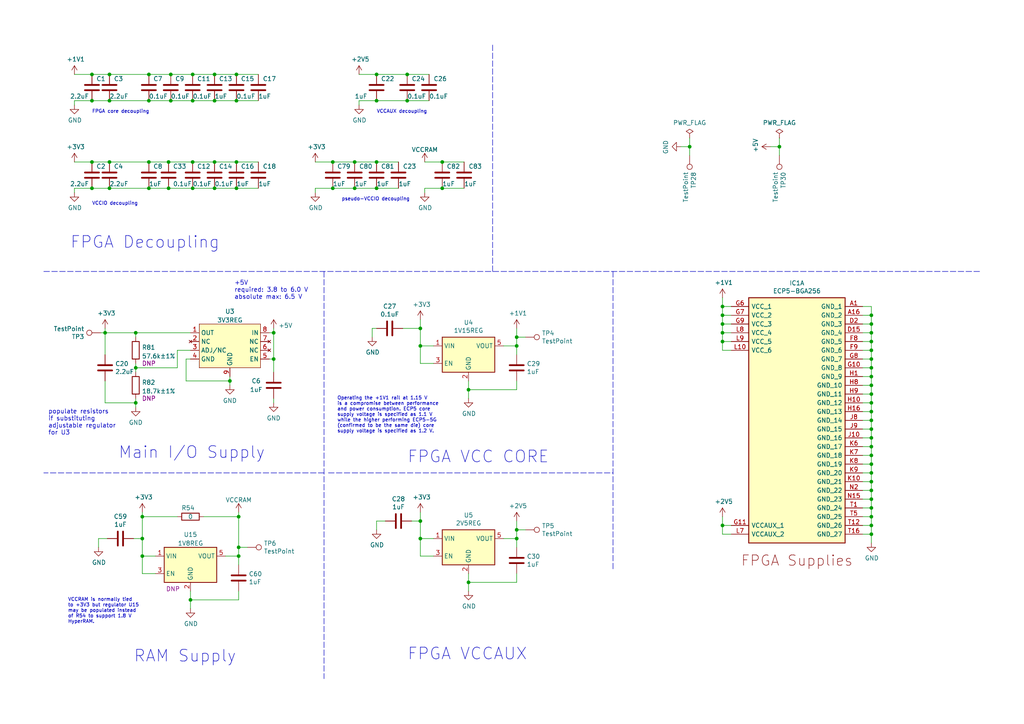
<source format=kicad_sch>
(kicad_sch (version 20211123) (generator eeschema)
  (paper "A4")
  (title_block (title "Cynthion") (date "${DATE}") (rev "${VERSION}") (company "Copyright 2019-2023 Great Scott Gadgets") (comment 1 "Licensed under the CERN-OHL-P v2"))
  (junction (at 102.87 54.61))
  (junction (at 68.58 29.21))
  (junction (at 39.37 96.52))
  (junction (at 252.73 114.3))
  (junction (at 209.55 96.52))
  (junction (at 226.06 42.545))
  (junction (at 252.73 154.94))
  (junction (at 68.58 21.59))
  (junction (at 62.23 21.59))
  (junction (at 128.27 46.99))
  (junction (at 69.215 158.75))
  (junction (at 252.73 147.32))
  (junction (at 209.55 99.06))
  (junction (at 252.73 106.68))
  (junction (at 252.73 139.7))
  (junction (at 26.67 21.59))
  (junction (at 62.23 54.61))
  (junction (at 252.73 124.46))
  (junction (at 209.55 152.4))
  (junction (at 26.67 54.61))
  (junction (at 209.55 88.9))
  (junction (at 43.18 21.59))
  (junction (at 252.73 142.24))
  (junction (at 31.75 29.21))
  (junction (at 109.22 46.99))
  (junction (at 49.53 29.21))
  (junction (at 252.73 129.54))
  (junction (at 69.215 149.86))
  (junction (at 26.67 46.99))
  (junction (at 252.73 104.14))
  (junction (at 252.73 132.08))
  (junction (at 252.73 91.44))
  (junction (at 55.88 54.61))
  (junction (at 41.275 156.21))
  (junction (at 135.89 113.03))
  (junction (at 252.73 144.78))
  (junction (at 121.92 100.33))
  (junction (at 41.275 161.29))
  (junction (at 55.88 21.59))
  (junction (at 43.18 54.61))
  (junction (at 48.895 46.99))
  (junction (at 209.55 93.98))
  (junction (at 48.895 54.61))
  (junction (at 68.58 46.99))
  (junction (at 252.73 96.52))
  (junction (at 149.86 156.21))
  (junction (at 252.73 137.16))
  (junction (at 43.18 46.99))
  (junction (at 121.92 151.13))
  (junction (at 49.53 21.59))
  (junction (at 55.88 29.21))
  (junction (at 252.73 99.06))
  (junction (at 252.73 116.84))
  (junction (at 252.73 119.38))
  (junction (at 252.73 149.86))
  (junction (at 55.245 173.99))
  (junction (at 121.92 95.25))
  (junction (at 55.88 46.99))
  (junction (at 96.52 54.61))
  (junction (at 31.75 46.99))
  (junction (at 66.675 110.49))
  (junction (at 68.58 54.61))
  (junction (at 41.275 149.86))
  (junction (at 149.86 97.79))
  (junction (at 96.52 46.99))
  (junction (at 30.48 96.52))
  (junction (at 252.73 127))
  (junction (at 252.73 152.4))
  (junction (at 252.73 111.76))
  (junction (at 149.86 153.67))
  (junction (at 118.11 29.21))
  (junction (at 79.375 104.14))
  (junction (at 39.37 106.68))
  (junction (at 62.23 46.99))
  (junction (at 149.86 100.33))
  (junction (at 118.11 21.59))
  (junction (at 252.73 121.92))
  (junction (at 69.215 161.29))
  (junction (at 26.67 29.21))
  (junction (at 109.22 21.59))
  (junction (at 200.025 42.545))
  (junction (at 109.22 54.61))
  (junction (at 79.375 96.52))
  (junction (at 43.18 29.21))
  (junction (at 252.73 109.22))
  (junction (at 109.22 29.21))
  (junction (at 128.27 54.61))
  (junction (at 252.73 93.98))
  (junction (at 39.37 116.84))
  (junction (at 252.73 101.6))
  (junction (at 102.87 46.99))
  (junction (at 252.73 134.62))
  (junction (at 121.92 156.21))
  (junction (at 62.23 29.21))
  (junction (at 31.75 54.61))
  (junction (at 31.75 21.59))
  (junction (at 135.89 168.91))
  (junction (at 209.55 91.44))
  (wire (pts (xy 38.735 156.21) (xy 41.275 156.21)))
  (wire (pts (xy 250.19 127) (xy 252.73 127)))
  (wire (pts (xy 149.86 97.79) (xy 152.4 97.79)))
  (wire (pts (xy 91.44 46.99) (xy 96.52 46.99)))
  (wire (pts (xy 55.245 104.14) (xy 53.975 104.14)))
  (wire (pts (xy 250.19 137.16) (xy 252.73 137.16)))
  (wire (pts (xy 53.975 110.49) (xy 66.675 110.49)))
  (wire (pts (xy 45.085 161.29) (xy 41.275 161.29)))
  (wire (pts (xy 30.48 96.52) (xy 30.48 102.87)))
  (wire (pts (xy 121.92 156.21) (xy 121.92 161.29)))
  (wire (pts (xy 209.55 101.6) (xy 212.09 101.6)))
  (wire (pts (xy 68.58 29.21) (xy 62.23 29.21)))
  (wire (pts (xy 43.18 46.99) (xy 48.895 46.99)))
  (wire (pts (xy 209.55 91.44) (xy 209.55 93.98)))
  (wire (pts (xy 134.62 54.61) (xy 128.27 54.61)))
  (wire (pts (xy 252.73 119.38) (xy 252.73 121.92)))
  (wire (pts (xy 212.09 96.52) (xy 209.55 96.52)))
  (wire (pts (xy 209.55 99.06) (xy 209.55 101.6)))
  (wire (pts (xy 39.37 116.84) (xy 39.37 118.11)))
  (wire (pts (xy 39.37 106.68) (xy 51.435 106.68)))
  (wire (pts (xy 69.215 173.99) (xy 55.245 173.99)))
  (wire (pts (xy 226.06 45.085) (xy 226.06 42.545)))
  (wire (pts (xy 68.58 46.99) (xy 74.93 46.99)))
  (wire (pts (xy 252.73 124.46) (xy 252.73 127)))
  (wire (pts (xy 31.75 54.61) (xy 26.67 54.61)))
  (wire (pts (xy 252.73 106.68) (xy 252.73 109.22)))
  (wire (pts (xy 250.19 134.62) (xy 252.73 134.62)))
  (wire (pts (xy 79.375 104.14) (xy 79.375 96.52)))
  (wire (pts (xy 250.19 111.76) (xy 252.73 111.76)))
  (wire (pts (xy 252.73 147.32) (xy 252.73 149.86)))
  (wire (pts (xy 79.375 115.57) (xy 79.375 116.84)))
  (wire (pts (xy 121.92 105.41) (xy 125.73 105.41)))
  (wire (pts (xy 109.22 153.67) (xy 109.22 151.13)))
  (wire (pts (xy 250.19 114.3) (xy 252.73 114.3)))
  (wire (pts (xy 69.215 158.75) (xy 69.215 161.29)))
  (wire (pts (xy 209.55 149.86) (xy 209.55 152.4)))
  (wire (pts (xy 149.86 95.25) (xy 149.86 97.79)))
  (wire (pts (xy 252.73 101.6) (xy 252.73 104.14)))
  (wire (pts (xy 252.73 149.86) (xy 252.73 152.4)))
  (wire (pts (xy 31.75 46.99) (xy 43.18 46.99)))
  (wire (pts (xy 149.86 153.67) (xy 149.86 156.21)))
  (wire (pts (xy 212.09 99.06) (xy 209.55 99.06)))
  (wire (pts (xy 31.75 54.61) (xy 43.18 54.61)))
  (wire (pts (xy 121.92 151.13) (xy 121.92 156.21)))
  (wire (pts (xy 107.95 97.79) (xy 107.95 95.25)))
  (wire (pts (xy 250.19 119.38) (xy 252.73 119.38)))
  (polyline (pts (xy 93.98 78.74) (xy 93.98 196.85)))
  (wire (pts (xy 109.22 29.21) (xy 104.14 29.21)))
  (wire (pts (xy 41.275 156.21) (xy 41.275 161.29)))
  (wire (pts (xy 123.19 46.99) (xy 128.27 46.99)))
  (wire (pts (xy 62.23 21.59) (xy 68.58 21.59)))
  (wire (pts (xy 252.73 142.24) (xy 252.73 144.78)))
  (wire (pts (xy 212.09 152.4) (xy 209.55 152.4)))
  (wire (pts (xy 212.09 91.44) (xy 209.55 91.44)))
  (wire (pts (xy 104.14 29.21) (xy 104.14 30.48)))
  (wire (pts (xy 200.025 42.545) (xy 200.025 40.005)))
  (wire (pts (xy 68.58 54.61) (xy 62.23 54.61)))
  (wire (pts (xy 252.73 99.06) (xy 252.73 101.6)))
  (wire (pts (xy 250.19 142.24) (xy 252.73 142.24)))
  (wire (pts (xy 41.275 148.59) (xy 41.275 149.86)))
  (wire (pts (xy 250.19 116.84) (xy 252.73 116.84)))
  (wire (pts (xy 250.19 99.06) (xy 252.73 99.06)))
  (wire (pts (xy 146.05 156.21) (xy 149.86 156.21)))
  (wire (pts (xy 252.73 139.7) (xy 252.73 142.24)))
  (wire (pts (xy 250.19 124.46) (xy 252.73 124.46)))
  (wire (pts (xy 116.84 95.25) (xy 121.92 95.25)))
  (wire (pts (xy 39.37 105.41) (xy 39.37 106.68)))
  (wire (pts (xy 118.11 21.59) (xy 124.46 21.59)))
  (wire (pts (xy 53.975 104.14) (xy 53.975 110.49)))
  (wire (pts (xy 66.675 110.49) (xy 66.675 111.76)))
  (wire (pts (xy 250.19 139.7) (xy 252.73 139.7)))
  (wire (pts (xy 252.73 109.22) (xy 252.73 111.76)))
  (wire (pts (xy 252.73 129.54) (xy 252.73 132.08)))
  (wire (pts (xy 250.19 144.78) (xy 252.73 144.78)))
  (polyline (pts (xy 12.7 78.74) (xy 284.48 78.74)))
  (wire (pts (xy 252.73 144.78) (xy 252.73 147.32)))
  (wire (pts (xy 39.37 96.52) (xy 55.245 96.52)))
  (wire (pts (xy 62.23 29.21) (xy 55.88 29.21)))
  (wire (pts (xy 121.92 100.33) (xy 121.92 105.41)))
  (wire (pts (xy 209.55 154.94) (xy 209.55 152.4)))
  (wire (pts (xy 43.18 54.61) (xy 48.895 54.61)))
  (wire (pts (xy 226.06 42.545) (xy 226.06 40.005)))
  (wire (pts (xy 149.86 168.91) (xy 135.89 168.91)))
  (wire (pts (xy 62.23 46.99) (xy 68.58 46.99)))
  (wire (pts (xy 250.19 96.52) (xy 252.73 96.52)))
  (wire (pts (xy 51.435 106.68) (xy 51.435 101.6)))
  (wire (pts (xy 252.73 152.4) (xy 252.73 154.94)))
  (wire (pts (xy 135.89 110.49) (xy 135.89 113.03)))
  (wire (pts (xy 109.22 29.21) (xy 118.11 29.21)))
  (polyline (pts (xy 95.25 137.16) (xy 177.8 137.16)))
  (wire (pts (xy 250.19 149.86) (xy 252.73 149.86)))
  (wire (pts (xy 69.215 148.59) (xy 69.215 149.86)))
  (wire (pts (xy 28.575 158.75) (xy 28.575 156.21)))
  (wire (pts (xy 69.215 149.86) (xy 69.215 158.75)))
  (wire (pts (xy 31.75 21.59) (xy 43.18 21.59)))
  (wire (pts (xy 252.73 93.98) (xy 252.73 96.52)))
  (wire (pts (xy 212.09 154.94) (xy 209.55 154.94)))
  (polyline (pts (xy 93.98 137.16) (xy 12.7 137.16)))
  (wire (pts (xy 135.89 168.91) (xy 135.89 171.45)))
  (wire (pts (xy 109.22 46.99) (xy 115.57 46.99)))
  (wire (pts (xy 250.19 129.54) (xy 252.73 129.54)))
  (wire (pts (xy 43.18 21.59) (xy 49.53 21.59)))
  (wire (pts (xy 31.75 29.21) (xy 26.67 29.21)))
  (wire (pts (xy 79.375 96.52) (xy 78.105 96.52)))
  (wire (pts (xy 209.55 96.52) (xy 209.55 99.06)))
  (wire (pts (xy 149.86 166.37) (xy 149.86 168.91)))
  (polyline (pts (xy 142.875 78.74) (xy 142.875 12.7)))
  (wire (pts (xy 125.73 100.33) (xy 121.92 100.33)))
  (wire (pts (xy 41.275 149.86) (xy 51.435 149.86)))
  (wire (pts (xy 39.37 106.68) (xy 39.37 107.95)))
  (wire (pts (xy 59.055 149.86) (xy 69.215 149.86)))
  (wire (pts (xy 250.19 106.68) (xy 252.73 106.68)))
  (wire (pts (xy 125.73 156.21) (xy 121.92 156.21)))
  (wire (pts (xy 123.19 55.88) (xy 123.19 54.61)))
  (wire (pts (xy 31.75 29.21) (xy 43.18 29.21)))
  (wire (pts (xy 121.92 161.29) (xy 125.73 161.29)))
  (wire (pts (xy 135.89 113.03) (xy 135.89 115.57)))
  (wire (pts (xy 252.73 121.92) (xy 252.73 124.46)))
  (polyline (pts (xy 177.8 78.74) (xy 177.8 165.1)))
  (wire (pts (xy 252.73 114.3) (xy 252.73 116.84)))
  (wire (pts (xy 119.38 151.13) (xy 121.92 151.13)))
  (wire (pts (xy 149.86 158.75) (xy 149.86 156.21)))
  (wire (pts (xy 252.73 132.08) (xy 252.73 134.62)))
  (wire (pts (xy 30.48 96.52) (xy 39.37 96.52)))
  (wire (pts (xy 91.44 54.61) (xy 91.44 55.88)))
  (wire (pts (xy 250.19 147.32) (xy 252.73 147.32)))
  (wire (pts (xy 252.73 137.16) (xy 252.73 139.7)))
  (wire (pts (xy 252.73 134.62) (xy 252.73 137.16)))
  (wire (pts (xy 26.67 29.21) (xy 21.59 29.21)))
  (wire (pts (xy 212.09 88.9) (xy 209.55 88.9)))
  (wire (pts (xy 21.59 21.59) (xy 26.67 21.59)))
  (wire (pts (xy 21.59 46.99) (xy 26.67 46.99)))
  (wire (pts (xy 252.73 127) (xy 252.73 129.54)))
  (wire (pts (xy 69.215 171.45) (xy 69.215 173.99)))
  (wire (pts (xy 250.19 121.92) (xy 252.73 121.92)))
  (wire (pts (xy 149.86 97.79) (xy 149.86 100.33)))
  (wire (pts (xy 121.92 95.25) (xy 121.92 100.33)))
  (wire (pts (xy 39.37 116.84) (xy 39.37 115.57)))
  (wire (pts (xy 109.22 151.13) (xy 111.76 151.13)))
  (wire (pts (xy 55.88 29.21) (xy 49.53 29.21)))
  (wire (pts (xy 71.755 158.75) (xy 69.215 158.75)))
  (wire (pts (xy 48.895 54.61) (xy 55.88 54.61)))
  (wire (pts (xy 252.73 104.14) (xy 252.73 106.68)))
  (wire (pts (xy 96.52 54.61) (xy 91.44 54.61)))
  (wire (pts (xy 26.67 54.61) (xy 21.59 54.61)))
  (wire (pts (xy 149.86 113.03) (xy 135.89 113.03)))
  (wire (pts (xy 209.55 88.9) (xy 209.55 91.44)))
  (wire (pts (xy 96.52 46.99) (xy 102.87 46.99)))
  (wire (pts (xy 121.92 92.71) (xy 121.92 95.25)))
  (wire (pts (xy 124.46 29.21) (xy 118.11 29.21)))
  (wire (pts (xy 250.19 109.22) (xy 252.73 109.22)))
  (wire (pts (xy 197.485 42.545) (xy 200.025 42.545)))
  (wire (pts (xy 49.53 29.21) (xy 43.18 29.21)))
  (wire (pts (xy 41.275 149.86) (xy 41.275 156.21)))
  (wire (pts (xy 128.27 46.99) (xy 134.62 46.99)))
  (wire (pts (xy 212.09 93.98) (xy 209.55 93.98)))
  (wire (pts (xy 135.89 166.37) (xy 135.89 168.91)))
  (wire (pts (xy 55.88 21.59) (xy 62.23 21.59)))
  (wire (pts (xy 121.92 148.59) (xy 121.92 151.13)))
  (wire (pts (xy 209.55 93.98) (xy 209.55 96.52)))
  (wire (pts (xy 55.245 173.99) (xy 55.245 176.53)))
  (wire (pts (xy 115.57 54.61) (xy 109.22 54.61)))
  (wire (pts (xy 41.275 166.37) (xy 45.085 166.37)))
  (wire (pts (xy 250.19 152.4) (xy 252.73 152.4)))
  (wire (pts (xy 252.73 91.44) (xy 252.73 93.98)))
  (wire (pts (xy 104.14 21.59) (xy 109.22 21.59)))
  (wire (pts (xy 55.245 171.45) (xy 55.245 173.99)))
  (wire (pts (xy 252.73 96.52) (xy 252.73 99.06)))
  (wire (pts (xy 21.59 29.21) (xy 21.59 30.48)))
  (wire (pts (xy 62.23 54.61) (xy 55.88 54.61)))
  (wire (pts (xy 250.19 91.44) (xy 252.73 91.44)))
  (wire (pts (xy 30.48 116.84) (xy 30.48 110.49)))
  (wire (pts (xy 68.58 21.59) (xy 74.93 21.59)))
  (wire (pts (xy 209.55 86.36) (xy 209.55 88.9)))
  (wire (pts (xy 200.025 45.085) (xy 200.025 42.545)))
  (wire (pts (xy 109.22 54.61) (xy 102.87 54.61)))
  (wire (pts (xy 250.19 104.14) (xy 252.73 104.14)))
  (wire (pts (xy 252.73 88.9) (xy 252.73 91.44)))
  (wire (pts (xy 107.95 95.25) (xy 109.22 95.25)))
  (wire (pts (xy 49.53 21.59) (xy 55.88 21.59)))
  (wire (pts (xy 146.05 100.33) (xy 149.86 100.33)))
  (wire (pts (xy 55.88 46.99) (xy 62.23 46.99)))
  (wire (pts (xy 78.105 104.14) (xy 79.375 104.14)))
  (wire (pts (xy 109.22 21.59) (xy 118.11 21.59)))
  (wire (pts (xy 65.405 161.29) (xy 69.215 161.29)))
  (wire (pts (xy 250.19 88.9) (xy 252.73 88.9)))
  (wire (pts (xy 30.48 96.52) (xy 30.48 95.25)))
  (wire (pts (xy 41.275 161.29) (xy 41.275 166.37)))
  (wire (pts (xy 102.87 46.99) (xy 109.22 46.99)))
  (wire (pts (xy 152.4 153.67) (xy 149.86 153.67)))
  (wire (pts (xy 250.19 101.6) (xy 252.73 101.6)))
  (wire (pts (xy 250.19 93.98) (xy 252.73 93.98)))
  (wire (pts (xy 149.86 100.33) (xy 149.86 102.87)))
  (wire (pts (xy 96.52 54.61) (xy 102.87 54.61)))
  (wire (pts (xy 39.37 97.79) (xy 39.37 96.52)))
  (wire (pts (xy 250.19 154.94) (xy 252.73 154.94)))
  (wire (pts (xy 223.52 42.545) (xy 226.06 42.545)))
  (wire (pts (xy 69.215 163.83) (xy 69.215 161.29)))
  (wire (pts (xy 79.375 95.25) (xy 79.375 96.52)))
  (wire (pts (xy 28.575 156.21) (xy 31.115 156.21)))
  (wire (pts (xy 21.59 54.61) (xy 21.59 55.88)))
  (wire (pts (xy 149.86 151.13) (xy 149.86 153.67)))
  (wire (pts (xy 123.19 54.61) (xy 128.27 54.61)))
  (wire (pts (xy 26.67 46.99) (xy 31.75 46.99)))
  (wire (pts (xy 66.675 109.22) (xy 66.675 110.49)))
  (wire (pts (xy 252.73 111.76) (xy 252.73 114.3)))
  (wire (pts (xy 74.93 29.21) (xy 68.58 29.21)))
  (wire (pts (xy 30.48 96.52) (xy 29.21 96.52)))
  (wire (pts (xy 79.375 107.95) (xy 79.375 104.14)))
  (wire (pts (xy 30.48 116.84) (xy 39.37 116.84)))
  (wire (pts (xy 51.435 101.6) (xy 55.245 101.6)))
  (wire (pts (xy 26.67 21.59) (xy 31.75 21.59)))
  (wire (pts (xy 252.73 116.84) (xy 252.73 119.38)))
  (wire (pts (xy 74.93 54.61) (xy 68.58 54.61)))
  (wire (pts (xy 149.86 110.49) (xy 149.86 113.03)))
  (wire (pts (xy 250.19 132.08) (xy 252.73 132.08)))
  (wire (pts (xy 48.895 46.99) (xy 55.88 46.99)))
  (wire (pts (xy 252.73 154.94) (xy 252.73 157.48)))
  (text "VCCIO decoupling" (at 26.67 59.69 0) (effects (font (size 0.9906 0.9906)) (justify left bottom)))
  (text "FPGA VCC CORE" (at 118.11 134.62 0) (effects (font (size 3.4036 3.4036)) (justify left bottom)))
  (text "FPGA Decoupling" (at 20.32 72.39 0) (effects (font (size 3.4036 3.4036)) (justify left bottom)))
  (text "FPGA core decoupling" (at 26.67 33.02 0) (effects (font (size 0.9906 0.9906)) (justify left bottom)))
  (text "+5V\nrequired: 3.8 to 6.0 V\nabsolute max: 6.5 V" (at 67.945 86.995 0) (effects (font (size 1.27 1.27)) (justify left bottom)))
  (text "VCCRAM is normally tied\nto +3V3 but regulator U15\nmay be populated instead\nof R54 to support 1.8 V\nHyperRAM." (at 19.685 180.975 0) (effects (font (size 0.9906 0.9906)) (justify left bottom)))
  (text "VCCAUX decoupling" (at 109.22 33.02 0) (effects (font (size 0.9906 0.9906)) (justify left bottom)))
  (text "FPGA VCCAUX" (at 118.11 191.77 0) (effects (font (size 3.4036 3.4036)) (justify left bottom)))
  (text "Main I/O Supply" (at 34.29 133.35 0) (effects (font (size 3.4036 3.4036)) (justify left bottom)))
  (text "populate resistors\nif substituting\nadjustable regulator\nfor U3" (at 13.97 126.365 0) (effects (font (size 1.27 1.27)) (justify left bottom)))
  (text "RAM Supply" (at 38.735 192.405 0) (effects (font (size 3.4036 3.4036)) (justify left bottom)))
  (text "Operating the +1V1 rail at 1.15 V\nis a compromise between performance\nand power consumption. ECP5 core\nsupply voltage is specified as 1.1 V\nwhile the higher performing ECP5-5G\n(confirmed to be the same die) core\nsupply voltage is specified as 1.2 V.\n" (at 97.79 125.73 0) (effects (font (size 0.9906 0.9906)) (justify left bottom)))
  (text "pseudo-VCCIO decoupling" (at 99.06 58.42 0) (effects (font (size 0.9906 0.9906)) (justify left bottom)))
  (symbol (lib_id "fpgas_and_processors:ECP5-BGA256") (at 212.09 86.36 0) (unit 1)
    (property "Reference" "IC1" (at 231.14 82.0928 0))
    (property "Value" "ECP5-BGA256" (at 231.14 84.4042 0))
    (property "Footprint" "cynthion:lattice_cabga256" (effects hide))
    (property "Description" "FPGA - Field Programmable Gate Array ECP5; 12k LUTs; 1.1V" (effects hide))
    (property "Manufacturer" "Lattice" (effects hide))
    (property "Part Number" "LFE5U-12F-6BG256C" (effects hide))
    (property "Substitution" "LFE5U-12F-*BG256*, LFE5U-25F-*BG256*" (effects hide))
  )
  (symbol (lib_id "power:GND") (at 252.73 157.48 0) (unit 1)
    (property "Reference" "#PWR038" (effects hide))
    (property "Value" "GND" (at 252.857 161.8742 0))
  )
  (symbol (lib_id "power:+2V5") (at 209.55 149.86 0) (unit 1)
    (property "Reference" "#PWR037" (effects hide))
    (property "Value" "+2V5" (at 209.931 145.4658 0))
  )
  (symbol (lib_id "power:+1V1") (at 209.55 86.36 0) (unit 1)
    (property "Reference" "#PWR036" (effects hide))
    (property "Value" "+1V1" (at 209.931 81.9658 0))
  )
  (symbol (lib_id "power:+3V3") (at 121.92 148.59 0) (unit 1)
    (property "Reference" "#PWR031" (effects hide))
    (property "Value" "+3V3" (at 122.301 144.1958 0))
  )
  (symbol (lib_id "power:GND") (at 135.89 171.45 0) (unit 1)
    (property "Reference" "#PWR033" (effects hide))
    (property "Value" "GND" (at 136.017 175.8442 0))
  )
  (symbol (lib_id "Device:C") (at 115.57 151.13 270) (unit 1)
    (property "Reference" "C28" (at 115.57 144.7292 90))
    (property "Value" "1uF" (at 115.57 147.0406 90))
    (property "Footprint" "Capacitor_SMD:C_0402_1005Metric" (effects hide))
    (property "Part Number" "CL05A105MQ5NNNC" (effects hide))
    (property "Substitution" "CL05A105KQ5NNNC, CL05A105KP5NNNC, CL05A105KO5NNNC" (effects hide))
    (property "Description" "CAP CER 1UF 6.3V X5R 0402 20%" (effects hide))
    (property "Manufacturer" "Samsung" (effects hide))
  )
  (symbol (lib_id "power:GND") (at 109.22 153.67 0) (unit 1)
    (property "Reference" "#PWR029" (effects hide))
    (property "Value" "GND" (at 109.347 158.0642 0))
  )
  (symbol (lib_id "Device:C") (at 149.86 162.56 0) (unit 1)
    (property "Reference" "C30" (at 152.781 161.3916 0) (effects (justify left)))
    (property "Value" "1uF" (at 152.781 163.703 0) (effects (justify left)))
    (property "Footprint" "Capacitor_SMD:C_0402_1005Metric" (effects hide))
    (property "Part Number" "CL05A105MQ5NNNC" (effects hide))
    (property "Substitution" "CL05A105KQ5NNNC, CL05A105KP5NNNC, CL05A105KO5NNNC" (effects hide))
    (property "Description" "CAP CER 1UF 6.3V X5R 0402 20%" (effects hide))
    (property "Manufacturer" "Samsung" (effects hide))
  )
  (symbol (lib_id "Regulator_Linear:MIC5504-2.5YM5") (at 135.89 158.75 0) (unit 1)
    (property "Reference" "U5" (at 135.89 149.4282 0))
    (property "Value" "2V5REG" (at 135.89 151.7396 0))
    (property "Footprint" "Package_TO_SOT_SMD:SOT-23-5" (effects hide))
    (property "Datasheet" "http://ww1.microchip.com/downloads/en/DeviceDoc/MIC550X.pdf" (effects hide))
    (property "Description" "IC REG LINEAR 2.5V 300MA SOT23-5" (effects hide))
    (property "Manufacturer" "Microchip" (effects hide))
    (property "Part Number" "MIC5504-2.5YM5-TR" (effects hide))
  )
  (symbol (lib_id "power:+2V5") (at 149.86 151.13 0) (unit 1)
    (property "Reference" "#PWR035" (effects hide))
    (property "Value" "+2V5" (at 150.241 146.7358 0))
  )
  (symbol (lib_id "Device:C") (at 30.48 106.68 0) (unit 1)
    (property "Reference" "C20" (at 33.401 105.5116 0) (effects (justify left)))
    (property "Value" "2.2uF" (at 33.401 107.823 0) (effects (justify left)))
    (property "Footprint" "Capacitor_SMD:C_0603_1608Metric" (effects hide))
    (property "Description" "CAP CER 2.2UF 10V X5R 0603" (effects hide))
    (property "Manufacturer" "Samsung" (effects hide))
    (property "Part Number" "CL10A225KP8NNNC" (effects hide))
    (property "Substitution" "any equivalent" (effects hide))
  )
  (symbol (lib_id "power:+3V3") (at 30.48 95.25 0) (unit 1)
    (property "Reference" "#PWR023" (effects hide))
    (property "Value" "+3V3" (at 30.861 90.8558 0))
  )
  (symbol (lib_id "power:GND") (at 135.89 115.57 0) (unit 1)
    (property "Reference" "#PWR032" (effects hide))
    (property "Value" "GND" (at 136.017 119.9642 0))
  )
  (symbol (lib_id "Device:C") (at 113.03 95.25 270) (unit 1)
    (property "Reference" "C27" (at 113.03 88.8492 90))
    (property "Value" "0.1uF" (at 113.03 91.1606 90))
    (property "Footprint" "Capacitor_SMD:C_0402_1005Metric" (effects hide))
    (property "Part Number" "CL05A104KA5NNNC" (effects hide))
    (property "Substitution" "any equivalent" (effects hide))
    (property "Description" "CAP CER 0.1UF 25V X5R 0402" (effects hide))
    (property "Manufacturer" "Samsung" (effects hide))
  )
  (symbol (lib_id "power:GND") (at 107.95 97.79 0) (unit 1)
    (property "Reference" "#PWR028" (effects hide))
    (property "Value" "GND" (at 108.077 102.1842 0))
  )
  (symbol (lib_id "Device:C") (at 149.86 106.68 0) (unit 1)
    (property "Reference" "C29" (at 152.781 105.5116 0) (effects (justify left)))
    (property "Value" "1uF" (at 152.781 107.823 0) (effects (justify left)))
    (property "Footprint" "Capacitor_SMD:C_0402_1005Metric" (effects hide))
    (property "Part Number" "CL05A105MQ5NNNC" (effects hide))
    (property "Substitution" "CL05A105KQ5NNNC, CL05A105KP5NNNC, CL05A105KO5NNNC" (effects hide))
    (property "Description" "CAP CER 1UF 6.3V X5R 0402 20%" (effects hide))
    (property "Manufacturer" "Samsung" (effects hide))
  )
  (symbol (lib_id "power:+1V1") (at 149.86 95.25 0) (unit 1)
    (property "Reference" "#PWR034" (effects hide))
    (property "Value" "+1V1" (at 150.241 90.8558 0))
  )
  (symbol (lib_id "Device:C") (at 43.18 25.4 0) (unit 1)
    (property "Reference" "C7" (at 44.45 22.86 0) (effects (justify left)))
    (property "Value" "0.1uF" (at 43.18 27.94 0) (effects (justify left)))
    (property "Footprint" "Capacitor_SMD:C_0402_1005Metric" (effects hide))
    (property "Part Number" "CL05A104KA5NNNC" (effects hide))
    (property "Substitution" "any equivalent" (effects hide))
    (property "Description" "CAP CER 0.1UF 25V X5R 0402" (effects hide))
    (property "Manufacturer" "Samsung" (effects hide))
  )
  (symbol (lib_id "Device:C") (at 49.53 25.4 0) (unit 1)
    (property "Reference" "C9" (at 50.8 22.86 0) (effects (justify left)))
    (property "Value" "0.1uF" (at 49.53 27.94 0) (effects (justify left)))
    (property "Footprint" "Capacitor_SMD:C_0402_1005Metric" (effects hide))
    (property "Part Number" "CL05A104KA5NNNC" (effects hide))
    (property "Substitution" "any equivalent" (effects hide))
    (property "Description" "CAP CER 0.1UF 25V X5R 0402" (effects hide))
    (property "Manufacturer" "Samsung" (effects hide))
  )
  (symbol (lib_id "Device:C") (at 55.88 25.4 0) (unit 1)
    (property "Reference" "C11" (at 57.15 22.86 0) (effects (justify left)))
    (property "Value" "0.1uF" (at 55.88 27.94 0) (effects (justify left)))
    (property "Footprint" "Capacitor_SMD:C_0402_1005Metric" (effects hide))
    (property "Part Number" "CL05A104KA5NNNC" (effects hide))
    (property "Substitution" "any equivalent" (effects hide))
    (property "Description" "CAP CER 0.1UF 25V X5R 0402" (effects hide))
    (property "Manufacturer" "Samsung" (effects hide))
  )
  (symbol (lib_id "Device:C") (at 62.23 25.4 0) (unit 1)
    (property "Reference" "C13" (at 63.5 22.86 0) (effects (justify left)))
    (property "Value" "1uF" (at 62.23 27.94 0) (effects (justify left)))
    (property "Footprint" "Capacitor_SMD:C_0402_1005Metric" (effects hide))
    (property "Part Number" "CL05A105MQ5NNNC" (effects hide))
    (property "Substitution" "CL05A105KQ5NNNC, CL05A105KP5NNNC, CL05A105KO5NNNC" (effects hide))
    (property "Description" "CAP CER 1UF 6.3V X5R 0402 20%" (effects hide))
    (property "Manufacturer" "Samsung" (effects hide))
  )
  (symbol (lib_id "Device:C") (at 68.58 25.4 0) (unit 1)
    (property "Reference" "C15" (at 69.85 22.86 0) (effects (justify left)))
    (property "Value" "0.1uF" (at 68.58 27.94 0) (effects (justify left)))
    (property "Footprint" "Capacitor_SMD:C_0402_1005Metric" (effects hide))
    (property "Part Number" "CL05A104KA5NNNC" (effects hide))
    (property "Substitution" "any equivalent" (effects hide))
    (property "Description" "CAP CER 0.1UF 25V X5R 0402" (effects hide))
    (property "Manufacturer" "Samsung" (effects hide))
  )
  (symbol (lib_id "Device:C") (at 74.93 25.4 0) (unit 1)
    (property "Reference" "C17" (at 76.2 22.86 0) (effects (justify left)))
    (property "Value" "1uF" (at 74.93 27.94 0) (effects (justify left)))
    (property "Footprint" "Capacitor_SMD:C_0402_1005Metric" (effects hide))
    (property "Part Number" "CL05A105MQ5NNNC" (effects hide))
    (property "Substitution" "CL05A105KQ5NNNC, CL05A105KP5NNNC, CL05A105KO5NNNC" (effects hide))
    (property "Description" "CAP CER 1UF 6.3V X5R 0402 20%" (effects hide))
    (property "Manufacturer" "Samsung" (effects hide))
  )
  (symbol (lib_id "Device:C") (at 31.75 25.4 0) (unit 1)
    (property "Reference" "C3" (at 33.02 22.86 0) (effects (justify left)))
    (property "Value" "2.2uF" (at 31.75 27.94 0) (effects (justify left)))
    (property "Footprint" "Capacitor_SMD:C_0603_1608Metric" (effects hide))
    (property "Description" "CAP CER 2.2UF 10V X5R 0603" (effects hide))
    (property "Manufacturer" "Samsung" (effects hide))
    (property "Part Number" "CL10A225KP8NNNC" (effects hide))
    (property "Substitution" "any equivalent" (effects hide))
  )
  (symbol (lib_id "Device:C") (at 26.67 25.4 0) (unit 1)
    (property "Reference" "C1" (at 27.94 22.86 0) (effects (justify left)))
    (property "Value" "2.2uF" (at 20.32 27.94 0) (effects (justify left)))
    (property "Footprint" "Capacitor_SMD:C_0603_1608Metric" (effects hide))
    (property "Description" "CAP CER 2.2UF 10V X5R 0603" (effects hide))
    (property "Manufacturer" "Samsung" (effects hide))
    (property "Part Number" "CL10A225KP8NNNC" (effects hide))
    (property "Substitution" "any equivalent" (effects hide))
  )
  (symbol (lib_id "power:+1V1") (at 21.59 21.59 0) (unit 1)
    (property "Reference" "#PWR012" (effects hide))
    (property "Value" "+1V1" (at 21.971 17.1958 0))
  )
  (symbol (lib_id "power:GND") (at 21.59 30.48 0) (unit 1)
    (property "Reference" "#PWR013" (effects hide))
    (property "Value" "GND" (at 21.717 34.8742 0))
  )
  (symbol (lib_id "Device:C") (at 43.18 50.8 0) (unit 1)
    (property "Reference" "C8" (at 44.45 48.26 0) (effects (justify left)))
    (property "Value" "1uF" (at 43.18 53.34 0) (effects (justify left)))
    (property "Footprint" "Capacitor_SMD:C_0402_1005Metric" (effects hide))
    (property "Part Number" "CL05A105MQ5NNNC" (effects hide))
    (property "Substitution" "CL05A105KQ5NNNC, CL05A105KP5NNNC, CL05A105KO5NNNC" (effects hide))
    (property "Description" "CAP CER 1UF 6.3V X5R 0402 20%" (effects hide))
    (property "Manufacturer" "Samsung" (effects hide))
  )
  (symbol (lib_id "Device:C") (at 55.88 50.8 0) (unit 1)
    (property "Reference" "C12" (at 57.15 48.26 0) (effects (justify left)))
    (property "Value" "0.1uF" (at 55.88 53.34 0) (effects (justify left)))
    (property "Footprint" "Capacitor_SMD:C_0402_1005Metric" (effects hide))
    (property "Part Number" "CL05A104KA5NNNC" (effects hide))
    (property "Substitution" "any equivalent" (effects hide))
    (property "Description" "CAP CER 0.1UF 25V X5R 0402" (effects hide))
    (property "Manufacturer" "Samsung" (effects hide))
  )
  (symbol (lib_id "Device:C") (at 62.23 50.8 0) (unit 1)
    (property "Reference" "C14" (at 63.5 48.26 0) (effects (justify left)))
    (property "Value" "0.1uF" (at 62.23 53.34 0) (effects (justify left)))
    (property "Footprint" "Capacitor_SMD:C_0402_1005Metric" (effects hide))
    (property "Part Number" "CL05A104KA5NNNC" (effects hide))
    (property "Substitution" "any equivalent" (effects hide))
    (property "Description" "CAP CER 0.1UF 25V X5R 0402" (effects hide))
    (property "Manufacturer" "Samsung" (effects hide))
  )
  (symbol (lib_id "Device:C") (at 68.58 50.8 0) (unit 1)
    (property "Reference" "C16" (at 69.85 48.26 0) (effects (justify left)))
    (property "Value" "1uF" (at 68.58 53.34 0) (effects (justify left)))
    (property "Footprint" "Capacitor_SMD:C_0402_1005Metric" (effects hide))
    (property "Part Number" "CL05A105MQ5NNNC" (effects hide))
    (property "Substitution" "CL05A105KQ5NNNC, CL05A105KP5NNNC, CL05A105KO5NNNC" (effects hide))
    (property "Description" "CAP CER 1UF 6.3V X5R 0402 20%" (effects hide))
    (property "Manufacturer" "Samsung" (effects hide))
  )
  (symbol (lib_id "Device:C") (at 74.93 50.8 0) (unit 1)
    (property "Reference" "C18" (at 76.2 48.26 0) (effects (justify left)))
    (property "Value" "1uF" (at 74.93 53.34 0) (effects (justify left)))
    (property "Footprint" "Capacitor_SMD:C_0402_1005Metric" (effects hide))
    (property "Part Number" "CL05A105MQ5NNNC" (effects hide))
    (property "Substitution" "CL05A105KQ5NNNC, CL05A105KP5NNNC, CL05A105KO5NNNC" (effects hide))
    (property "Description" "CAP CER 1UF 6.3V X5R 0402 20%" (effects hide))
    (property "Manufacturer" "Samsung" (effects hide))
  )
  (symbol (lib_id "Device:C") (at 26.67 50.8 0) (unit 1)
    (property "Reference" "C2" (at 27.94 48.26 0) (effects (justify left)))
    (property "Value" "2.2uF" (at 20.32 53.34 0) (effects (justify left)))
    (property "Footprint" "Capacitor_SMD:C_0603_1608Metric" (effects hide))
    (property "Description" "CAP CER 2.2UF 10V X5R 0603" (effects hide))
    (property "Manufacturer" "Samsung" (effects hide))
    (property "Part Number" "CL10A225KP8NNNC" (effects hide))
    (property "Substitution" "any equivalent" (effects hide))
  )
  (symbol (lib_id "power:GND") (at 21.59 55.88 0) (unit 1)
    (property "Reference" "#PWR015" (effects hide))
    (property "Value" "GND" (at 21.717 60.2742 0))
  )
  (symbol (lib_id "Device:C") (at 31.75 50.8 0) (unit 1)
    (property "Reference" "C4" (at 33.02 48.26 0) (effects (justify left)))
    (property "Value" "2.2uF" (at 31.75 53.34 0) (effects (justify left)))
    (property "Footprint" "Capacitor_SMD:C_0603_1608Metric" (effects hide))
    (property "Description" "CAP CER 2.2UF 10V X5R 0603" (effects hide))
    (property "Manufacturer" "Samsung" (effects hide))
    (property "Part Number" "CL10A225KP8NNNC" (effects hide))
    (property "Substitution" "any equivalent" (effects hide))
  )
  (symbol (lib_id "power:+3V3") (at 21.59 46.99 0) (unit 1)
    (property "Reference" "#PWR014" (effects hide))
    (property "Value" "+3V3" (at 21.971 42.5958 0))
  )
  (symbol (lib_id "power:GND") (at 104.14 30.48 0) (unit 1)
    (property "Reference" "#PWR027" (effects hide))
    (property "Value" "GND" (at 104.267 34.8742 0))
  )
  (symbol (lib_id "Device:C") (at 109.22 25.4 0) (unit 1)
    (property "Reference" "C22" (at 110.49 22.86 0) (effects (justify left)))
    (property "Value" "1uF" (at 102.87 27.94 0) (effects (justify left)))
    (property "Footprint" "Capacitor_SMD:C_0402_1005Metric" (effects hide))
    (property "Part Number" "CL05A105MQ5NNNC" (effects hide))
    (property "Substitution" "CL05A105KQ5NNNC, CL05A105KP5NNNC, CL05A105KO5NNNC" (effects hide))
    (property "Description" "CAP CER 1UF 6.3V X5R 0402 20%" (effects hide))
    (property "Manufacturer" "Samsung" (effects hide))
  )
  (symbol (lib_id "Device:C") (at 124.46 25.4 0) (unit 1)
    (property "Reference" "C26" (at 125.73 22.86 0) (effects (justify left)))
    (property "Value" "0.1uF" (at 124.46 27.94 0) (effects (justify left)))
    (property "Footprint" "Capacitor_SMD:C_0402_1005Metric" (effects hide))
    (property "Part Number" "CL05A104KA5NNNC" (effects hide))
    (property "Substitution" "any equivalent" (effects hide))
    (property "Description" "CAP CER 0.1UF 25V X5R 0402" (effects hide))
    (property "Manufacturer" "Samsung" (effects hide))
  )
  (symbol (lib_id "Device:C") (at 118.11 25.4 0) (unit 1)
    (property "Reference" "C24" (at 119.38 22.86 0) (effects (justify left)))
    (property "Value" "0.1uF" (at 118.11 27.94 0) (effects (justify left)))
    (property "Footprint" "Capacitor_SMD:C_0402_1005Metric" (effects hide))
    (property "Part Number" "CL05A104KA5NNNC" (effects hide))
    (property "Substitution" "any equivalent" (effects hide))
    (property "Description" "CAP CER 0.1UF 25V X5R 0402" (effects hide))
    (property "Manufacturer" "Samsung" (effects hide))
  )
  (symbol (lib_id "power:+2V5") (at 104.14 21.59 0) (unit 1)
    (property "Reference" "#PWR026" (effects hide))
    (property "Value" "+2V5" (at 104.521 17.1958 0))
  )
  (symbol (lib_id "Connector:TestPoint") (at 29.21 96.52 90) (unit 1) (in_bom no)
    (property "Reference" "TP3" (at 24.4602 97.663 90) (effects (justify left)))
    (property "Value" "TestPoint" (at 24.4602 95.377 90) (effects (justify left)))
    (property "Footprint" "TestPoint:TestPoint_Pad_D1.0mm" (effects hide))
  )
  (symbol (lib_id "Connector:TestPoint") (at 152.4 97.79 270) (unit 1) (in_bom no)
    (property "Reference" "TP4" (at 157.1498 96.647 90) (effects (justify left)))
    (property "Value" "TestPoint" (at 157.1498 98.933 90) (effects (justify left)))
    (property "Footprint" "TestPoint:TestPoint_Pad_D1.0mm" (effects hide))
  )
  (symbol (lib_id "Connector:TestPoint") (at 152.4 153.67 270) (unit 1) (in_bom no)
    (property "Reference" "TP5" (at 157.1498 152.527 90) (effects (justify left)))
    (property "Value" "TestPoint" (at 157.1498 154.813 90) (effects (justify left)))
    (property "Footprint" "TestPoint:TestPoint_Pad_D1.0mm" (effects hide))
  )
  (symbol (lib_id "Device:C") (at 79.375 111.76 0) (mirror y) (unit 1)
    (property "Reference" "C6" (at 74.295 110.49 0))
    (property "Value" "1uF" (at 74.295 113.03 0))
    (property "Footprint" "Capacitor_SMD:C_0402_1005Metric" (effects hide))
    (property "Part Number" "CL05A105MQ5NNNC" (effects hide))
    (property "Substitution" "CL05A105KQ5NNNC, CL05A105KP5NNNC, CL05A105KO5NNNC" (effects hide))
    (property "Description" "CAP CER 1UF 6.3V X5R 0402 20%" (effects hide))
    (property "Manufacturer" "Samsung" (effects hide))
  )
  (symbol (lib_id "Regulator_Linear:MIC5504-1.8YM5") (at 135.89 102.87 0) (unit 1)
    (property "Reference" "U4" (at 135.89 93.5482 0))
    (property "Value" "1V15REG" (at 135.89 95.8596 0))
    (property "Footprint" "Package_TO_SOT_SMD:SOT-23-5" (effects hide))
    (property "Datasheet" "https://toshiba.semicon-storage.com/info/docget.jsp?did=13794&prodName=TCR2EF115" (effects hide))
    (property "Description" "IC REG LINEAR 1.15V 200MA SMV" (effects hide))
    (property "Manufacturer" "Toshiba" (effects hide))
    (property "Part Number" "TCR2EF115,LM(CT" (effects hide))
  )
  (symbol (lib_id "power:PWR_FLAG") (at 226.06 40.005 0) (unit 1)
    (property "Reference" "#FLG0102" (effects hide))
    (property "Value" "PWR_FLAG" (at 226.06 35.6108 0))
  )
  (symbol (lib_id "power:+5V") (at 223.52 42.545 90) (unit 1)
    (property "Reference" "#PWR0107" (effects hide))
    (property "Value" "+5V" (at 219.1258 42.164 0))
  )
  (symbol (lib_id "power:GND") (at 197.485 42.545 270) (unit 1)
    (property "Reference" "#PWR0122" (effects hide))
    (property "Value" "GND" (at 193.0908 42.672 0))
  )
  (symbol (lib_id "power:PWR_FLAG") (at 200.025 40.005 0) (unit 1)
    (property "Reference" "#FLG0101" (effects hide))
    (property "Value" "PWR_FLAG" (at 200.025 35.6108 0))
  )
  (symbol (lib_id "Connector:TestPoint") (at 200.025 45.085 180) (unit 1) (in_bom no)
    (property "Reference" "TP28" (at 201.168 49.8348 90) (effects (justify left)))
    (property "Value" "TestPoint" (at 198.882 49.8348 90) (effects (justify left)))
    (property "Footprint" "TestPoint:TestPoint_Pad_D1.0mm" (effects hide))
  )
  (symbol (lib_id "Connector:TestPoint") (at 226.06 45.085 180) (unit 1) (in_bom no)
    (property "Reference" "TP30" (at 227.203 49.8348 90) (effects (justify left)))
    (property "Value" "TestPoint" (at 224.917 49.8348 90) (effects (justify left)))
    (property "Footprint" "TestPoint:TestPoint_Pad_D1.0mm" (effects hide))
  )
  (symbol (lib_id "power:+3V3") (at 41.275 148.59 0) (unit 1)
    (property "Reference" "#PWR0140" (effects hide))
    (property "Value" "+3V3" (at 41.656 144.1958 0))
  )
  (symbol (lib_id "Device:C") (at 48.895 50.8 0) (unit 1)
    (property "Reference" "C33" (at 50.165 48.26 0) (effects (justify left)))
    (property "Value" "0.1uF" (at 50.165 53.34 0) (effects (justify left)))
    (property "Footprint" "Capacitor_SMD:C_0402_1005Metric" (effects hide))
    (property "Part Number" "CL05A104KA5NNNC" (effects hide))
    (property "Substitution" "any equivalent" (effects hide))
    (property "Description" "CAP CER 0.1UF 25V X5R 0402" (effects hide))
    (property "Manufacturer" "Samsung" (effects hide))
  )
  (symbol (lib_id "Device:C") (at 34.925 156.21 270) (unit 1)
    (property "Reference" "C59" (at 34.925 149.8092 90))
    (property "Value" "1uF" (at 34.925 152.1206 90))
    (property "Footprint" "Capacitor_SMD:C_0402_1005Metric" (effects hide))
    (property "Part Number" "CL05A105MQ5NNNC" (effects hide))
    (property "Substitution" "CL05A105KQ5NNNC, CL05A105KP5NNNC, CL05A105KO5NNNC" (effects hide))
    (property "Description" "CAP CER 1UF 6.3V X5R 0402 20%" (effects hide))
    (property "Manufacturer" "Samsung" (effects hide))
  )
  (symbol (lib_id "power:GND") (at 123.19 55.88 0) (unit 1)
    (property "Reference" "#PWR0208" (effects hide))
    (property "Value" "GND" (at 123.317 60.2742 0))
  )
  (symbol (lib_id "power:GND") (at 28.575 158.75 0) (unit 1)
    (property "Reference" "#PWR0142" (effects hide))
    (property "Value" "GND" (at 28.702 163.1442 0))
  )
  (symbol (lib_id "power:GND") (at 39.37 118.11 0) (unit 1)
    (property "Reference" "#PWR0116" (effects hide))
    (property "Value" "GND" (at 39.37 122.5534 0))
  )
  (symbol (lib_id "power:+3V3") (at 91.44 46.99 0) (unit 1)
    (property "Reference" "#PWR0180" (effects hide))
    (property "Value" "+3V3" (at 91.821 42.5958 0))
  )
  (symbol (lib_id "power:GND") (at 91.44 55.88 0) (unit 1)
    (property "Reference" "#PWR0181" (effects hide))
    (property "Value" "GND" (at 91.567 60.2742 0))
  )
  (symbol (lib_id "Device:C") (at 96.52 50.8 0) (unit 1)
    (property "Reference" "C79" (at 97.79 48.26 0) (effects (justify left)))
    (property "Value" "1uF" (at 96.52 53.34 0) (effects (justify left)))
    (property "Footprint" "Capacitor_SMD:C_0402_1005Metric" (effects hide))
    (property "Part Number" "CL05A105MQ5NNNC" (effects hide))
    (property "Substitution" "CL05A105KQ5NNNC, CL05A105KP5NNNC, CL05A105KO5NNNC" (effects hide))
    (property "Description" "CAP CER 1UF 6.3V X5R 0402 20%" (effects hide))
    (property "Manufacturer" "Samsung" (effects hide))
  )
  (symbol (lib_id "Connector:TestPoint") (at 71.755 158.75 270) (unit 1) (in_bom no)
    (property "Reference" "TP6" (at 76.5048 157.607 90) (effects (justify left)))
    (property "Value" "TestPoint" (at 76.5048 159.893 90) (effects (justify left)))
    (property "Footprint" "TestPoint:TestPoint_Pad_D1.0mm" (effects hide))
  )
  (symbol (lib_id "Device:C") (at 115.57 50.8 0) (unit 1)
    (property "Reference" "C23" (at 116.84 48.26 0) (effects (justify left)))
    (property "Value" "1uF" (at 115.57 53.34 0) (effects (justify left)))
    (property "Footprint" "Capacitor_SMD:C_0402_1005Metric" (effects hide))
    (property "Part Number" "CL05A105MQ5NNNC" (effects hide))
    (property "Substitution" "CL05A105KQ5NNNC, CL05A105KP5NNNC, CL05A105KO5NNNC" (effects hide))
    (property "Description" "CAP CER 1UF 6.3V X5R 0402 20%" (effects hide))
    (property "Manufacturer" "Samsung" (effects hide))
  )
  (symbol (lib_id "support_hardware:VCCRAM") (at 69.215 148.59 0) (unit 1)
    (property "Reference" "#PWR0141" (effects hide))
    (property "Value" "VCCRAM" (at 69.215 145.0142 0))
  )
  (symbol (lib_id "support_hardware:VCCRAM") (at 123.19 46.99 0) (unit 1)
    (property "Reference" "#PWR0209" (effects hide))
    (property "Value" "VCCRAM" (at 123.19 43.4142 0))
  )
  (symbol (lib_id "Device:C") (at 109.22 50.8 0) (unit 1)
    (property "Reference" "C81" (at 110.49 48.26 0) (effects (justify left)))
    (property "Value" "1uF" (at 109.22 53.34 0) (effects (justify left)))
    (property "Footprint" "Capacitor_SMD:C_0402_1005Metric" (effects hide))
    (property "Part Number" "CL05A105MQ5NNNC" (effects hide))
    (property "Substitution" "CL05A105KQ5NNNC, CL05A105KP5NNNC, CL05A105KO5NNNC" (effects hide))
    (property "Description" "CAP CER 1UF 6.3V X5R 0402 20%" (effects hide))
    (property "Manufacturer" "Samsung" (effects hide))
  )
  (symbol (lib_id "power:GND") (at 55.245 176.53 0) (unit 1)
    (property "Reference" "#PWR0143" (effects hide))
    (property "Value" "GND" (at 55.372 180.9242 0))
  )
  (symbol (lib_id "Device:C") (at 69.215 167.64 0) (unit 1)
    (property "Reference" "C60" (at 72.136 166.4716 0) (effects (justify left)))
    (property "Value" "1uF" (at 72.136 168.783 0) (effects (justify left)))
    (property "Footprint" "Capacitor_SMD:C_0402_1005Metric" (effects hide))
    (property "Part Number" "CL05A105MQ5NNNC" (effects hide))
    (property "Substitution" "CL05A105KQ5NNNC, CL05A105KP5NNNC, CL05A105KO5NNNC" (effects hide))
    (property "Description" "CAP CER 1UF 6.3V X5R 0402 20%" (effects hide))
    (property "Manufacturer" "Samsung" (effects hide))
  )
  (symbol (lib_id "Device:C") (at 128.27 50.8 0) (unit 1)
    (property "Reference" "C82" (at 129.54 48.26 0) (effects (justify left)))
    (property "Value" "1uF" (at 128.27 53.34 0) (effects (justify left)))
    (property "Footprint" "Capacitor_SMD:C_0402_1005Metric" (effects hide))
    (property "Part Number" "CL05A105MQ5NNNC" (effects hide))
    (property "Substitution" "CL05A105KQ5NNNC, CL05A105KP5NNNC, CL05A105KO5NNNC" (effects hide))
    (property "Description" "CAP CER 1UF 6.3V X5R 0402 20%" (effects hide))
    (property "Manufacturer" "Samsung" (effects hide))
  )
  (symbol (lib_id "support_hardware:AP7361EA-XXFGE-7") (at 66.675 100.33 0) (unit 1)
    (property "Reference" "U3" (at 66.675 90.331 0))
    (property "Value" "3V3REG" (at 66.675 92.8679 0))
    (property "Footprint" "Package_DFN_QFN:DFN-8-1EP_3x3mm_P0.65mm_EP1.55x2.4mm" (effects hide))
    (property "Datasheet" "https://www.diodes.com/assets/Datasheets/AP7361EA.pdf" (effects hide))
    (property "Manufacturer" "Diodes Inc." (effects hide))
    (property "Part Number" "AP7361EA-33FGE-7" (effects hide))
    (property "Description" "LDO CMOS HICURR U-DFN3030-8" (effects hide))
    (property "Substitution" "AP7361C-33FGE-7" (effects hide))
  )
  (symbol (lib_id "Device:C") (at 102.87 50.8 0) (unit 1)
    (property "Reference" "C80" (at 104.14 48.26 0) (effects (justify left)))
    (property "Value" "1uF" (at 102.87 53.34 0) (effects (justify left)))
    (property "Footprint" "Capacitor_SMD:C_0402_1005Metric" (effects hide))
    (property "Part Number" "CL05A105MQ5NNNC" (effects hide))
    (property "Substitution" "CL05A105KQ5NNNC, CL05A105KP5NNNC, CL05A105KO5NNNC" (effects hide))
    (property "Description" "CAP CER 1UF 6.3V X5R 0402 20%" (effects hide))
    (property "Manufacturer" "Samsung" (effects hide))
  )
  (symbol (lib_id "Device:C") (at 134.62 50.8 0) (unit 1)
    (property "Reference" "C83" (at 135.89 48.26 0) (effects (justify left)))
    (property "Value" "1uF" (at 134.62 53.34 0) (effects (justify left)))
    (property "Footprint" "Capacitor_SMD:C_0402_1005Metric" (effects hide))
    (property "Part Number" "CL05A105MQ5NNNC" (effects hide))
    (property "Substitution" "CL05A105KQ5NNNC, CL05A105KP5NNNC, CL05A105KO5NNNC" (effects hide))
    (property "Description" "CAP CER 1UF 6.3V X5R 0402 20%" (effects hide))
    (property "Manufacturer" "Samsung" (effects hide))
  )
  (symbol (lib_id "power:+5V") (at 79.375 95.25 0) (unit 1)
    (property "Reference" "#PWR05" (effects hide))
    (property "Value" "+5V" (at 80.772 94.4138 0) (effects (justify left)))
  )
  (symbol (lib_id "power:GND") (at 79.375 116.84 0) (unit 1)
    (property "Reference" "#PWR0115" (effects hide))
    (property "Value" "GND" (at 79.375 121.2834 0))
  )
  (symbol (lib_id "Regulator_Linear:MIC5504-1.8YM5") (at 55.245 163.83 0) (unit 1)
    (property "Reference" "U15" (at 55.245 155.0502 0))
    (property "Value" "1V8REG" (at 55.245 157.5871 0))
    (property "Footprint" "Package_TO_SOT_SMD:SOT-23-5" (effects hide))
    (property "Datasheet" "http://ww1.microchip.com/downloads/en/DeviceDoc/MIC550X.pdf" (effects hide))
    (property "Manufacturer" "Microchip" (effects hide))
    (property "Part Number" "MIC5504-1.8YM5-TR" (effects hide))
    (property "Description" "IC REG LINEAR 1.8V 300MA SOT23-5" (effects hide))
    (property "DNP" "DNP" (at 50.165 170.815 0))
  )
  (symbol (lib_id "Device:R") (at 39.37 111.76 0) (unit 1)
    (property "Reference" "R82" (at 41.148 110.9253 0) (effects (justify left)))
    (property "Value" "18.7k±1%" (at 41.148 113.4622 0) (effects (justify left)))
    (property "Footprint" "Resistor_SMD:R_0402_1005Metric" (effects hide))
    (property "DNP" "DNP" (at 43.18 115.57 0))
    (property "Description" "RES SMD 18.7K OHM 1% 1/10W 0402" (effects hide))
    (property "Manufacturer" "Panasonic" (effects hide))
    (property "Part Number" "ERJ-2RKF1872X" (effects hide))
    (property "Substitution" "any equivalent" (effects hide))
  )
  (symbol (lib_id "power:GND") (at 66.675 111.76 0) (unit 1)
    (property "Reference" "#PWR0113" (effects hide))
    (property "Value" "GND" (at 66.675 116.2034 0))
  )
  (symbol (lib_id "Device:R") (at 39.37 101.6 0) (unit 1)
    (property "Reference" "R81" (at 41.148 100.7653 0) (effects (justify left)))
    (property "Value" "57.6k±1%" (at 41.148 103.3022 0) (effects (justify left)))
    (property "Footprint" "Resistor_SMD:R_0402_1005Metric" (effects hide))
    (property "DNP" "DNP" (at 43.18 105.41 0))
    (property "Description" "RES 57.6K OHM 1% 1/16W 0402" (effects hide))
    (property "Manufacturer" "Yageo" (effects hide))
    (property "Part Number" "RC0402FR-0757K6L" (effects hide))
    (property "Substitution" "any equivalent" (effects hide))
  )
  (symbol (lib_id "power:+3V3") (at 121.92 92.71 0) (unit 1)
    (property "Reference" "#PWR030" (effects hide))
    (property "Value" "+3V3" (at 122.301 88.3158 0))
  )
  (symbol (lib_id "Device:R") (at 55.245 149.86 90) (unit 1)
    (property "Reference" "R54" (at 56.515 147.32 90) (effects (justify left)))
    (property "Value" "0" (at 55.245 149.86 90))
    (property "Footprint" "Resistor_SMD:R_0402_1005Metric" (effects hide))
    (property "Part Number" "RC0402FR-070RL" (effects hide))
    (property "Substitution" "any equivalent" (effects hide))
    (property "Description" "RES 0 OHM JUMPER 1/16W 0402" (effects hide))
    (property "Manufacturer" "Yageo" (effects hide))
  )
)
</source>
